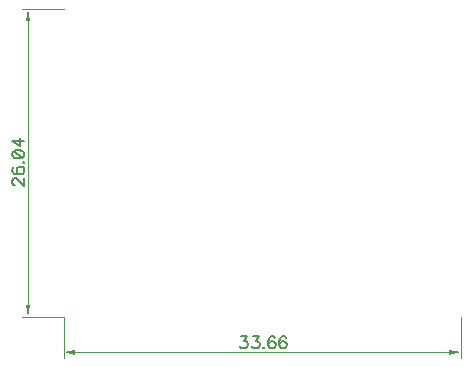
<source format=gbr>
G04 DipTrace 3.1.0.1*
G04 Âåõíèéðàçìåð.gbr*
%MOIN*%
G04 #@! TF.FileFunction,Drawing,Top*
G04 #@! TF.Part,Single*
%ADD13C,0.001378*%
%ADD57C,0.006176*%
%FSLAX26Y26*%
G04*
G70*
G90*
G75*
G01*
G04 TopDimension*
%LPD*%
X-2112600Y787545D2*
D13*
Y649135D1*
X-787461Y787545D2*
Y649135D1*
X-1450030Y668820D2*
X-2073230D1*
G36*
X-2112600D2*
X-2073230Y676694D1*
Y660946D1*
X-2112600Y668820D1*
G37*
X-1450030D2*
D13*
X-826831D1*
G36*
X-787461D2*
X-826831Y660946D1*
Y676694D1*
X-787461Y668820D1*
G37*
X-2112600Y787545D2*
D13*
X-2251169D1*
X-2112600Y1812652D2*
X-2251169D1*
X-2231484Y1300098D2*
Y826915D1*
G36*
Y787545D2*
X-2239358Y826915D1*
X-2223610D1*
X-2231484Y787545D1*
G37*
Y1300098D2*
D13*
Y1773282D1*
G36*
Y1812652D2*
X-2223610Y1773282D1*
X-2239358D1*
X-2231484Y1812652D1*
G37*
X-1521366Y721179D2*
D57*
X-1500363D1*
X-1511815Y705880D1*
X-1506067D1*
X-1502264Y703979D1*
X-1500363Y702078D1*
X-1498418Y696330D1*
Y692527D1*
X-1500363Y686779D1*
X-1504166Y682932D1*
X-1509914Y681031D1*
X-1515662D1*
X-1521366Y682932D1*
X-1523267Y684878D1*
X-1525212Y688680D1*
X-1482220Y721179D2*
X-1461217D1*
X-1472669Y705880D1*
X-1466921D1*
X-1463118Y703979D1*
X-1461217Y702078D1*
X-1459272Y696330D1*
Y692527D1*
X-1461217Y686779D1*
X-1465020Y682932D1*
X-1470768Y681031D1*
X-1476516D1*
X-1482220Y682932D1*
X-1484121Y684878D1*
X-1486066Y688680D1*
X-1445019Y684878D2*
X-1446920Y682932D1*
X-1445019Y681031D1*
X-1443073Y682932D1*
X-1445019Y684878D1*
X-1407774Y715475D2*
X-1409675Y719277D1*
X-1415423Y721179D1*
X-1419226D1*
X-1424974Y719277D1*
X-1428821Y713529D1*
X-1430722Y703979D1*
Y694428D1*
X-1428821Y686779D1*
X-1424974Y682932D1*
X-1419226Y681031D1*
X-1417325D1*
X-1411621Y682932D1*
X-1407774Y686779D1*
X-1405873Y692527D1*
Y694428D1*
X-1407774Y700176D1*
X-1411621Y703979D1*
X-1417325Y705880D1*
X-1419226D1*
X-1424974Y703979D1*
X-1428821Y700176D1*
X-1430722Y694428D1*
X-1370574Y715475D2*
X-1372475Y719277D1*
X-1378223Y721179D1*
X-1382025D1*
X-1387773Y719277D1*
X-1391620Y713529D1*
X-1393521Y703979D1*
Y694428D1*
X-1391620Y686779D1*
X-1387773Y682932D1*
X-1382025Y681031D1*
X-1380124D1*
X-1374420Y682932D1*
X-1370574Y686779D1*
X-1368672Y692527D1*
Y694428D1*
X-1370574Y700176D1*
X-1374420Y703979D1*
X-1380124Y705880D1*
X-1382025D1*
X-1387773Y703979D1*
X-1391620Y700176D1*
X-1393521Y694428D1*
X-2274292Y1224938D2*
X-2276193D1*
X-2280040Y1226840D1*
X-2281942Y1228741D1*
X-2283843Y1232588D1*
Y1240237D1*
X-2281942Y1244040D1*
X-2280040Y1245941D1*
X-2276193Y1247886D1*
X-2272391D1*
X-2268544Y1245941D1*
X-2262840Y1242138D1*
X-2243695Y1222993D1*
Y1249788D1*
X-2278139Y1285087D2*
X-2281942Y1283186D1*
X-2283843Y1277438D1*
Y1273635D1*
X-2281942Y1267887D1*
X-2276193Y1264040D1*
X-2266643Y1262139D1*
X-2257092D1*
X-2249443Y1264040D1*
X-2245596Y1267887D1*
X-2243695Y1273635D1*
Y1275536D1*
X-2245596Y1281240D1*
X-2249443Y1285087D1*
X-2255191Y1286988D1*
X-2257092D1*
X-2262840Y1285087D1*
X-2266643Y1281240D1*
X-2268544Y1275536D1*
Y1273635D1*
X-2266643Y1267887D1*
X-2262840Y1264040D1*
X-2257092Y1262139D1*
X-2247542Y1301241D2*
X-2245596Y1299340D1*
X-2243695Y1301241D1*
X-2245596Y1303186D1*
X-2247542Y1301241D1*
X-2283843Y1327034D2*
X-2281942Y1321286D1*
X-2276193Y1317439D1*
X-2266643Y1315538D1*
X-2260895D1*
X-2251344Y1317439D1*
X-2245596Y1321286D1*
X-2243695Y1327034D1*
Y1330836D1*
X-2245596Y1336584D1*
X-2251344Y1340387D1*
X-2260895Y1342332D1*
X-2266643D1*
X-2276193Y1340387D1*
X-2281942Y1336584D1*
X-2283843Y1330836D1*
Y1327034D1*
X-2276193Y1340387D2*
X-2251344Y1317439D1*
X-2243695Y1373829D2*
X-2283843D1*
X-2257092Y1354684D1*
Y1383380D1*
M02*

</source>
